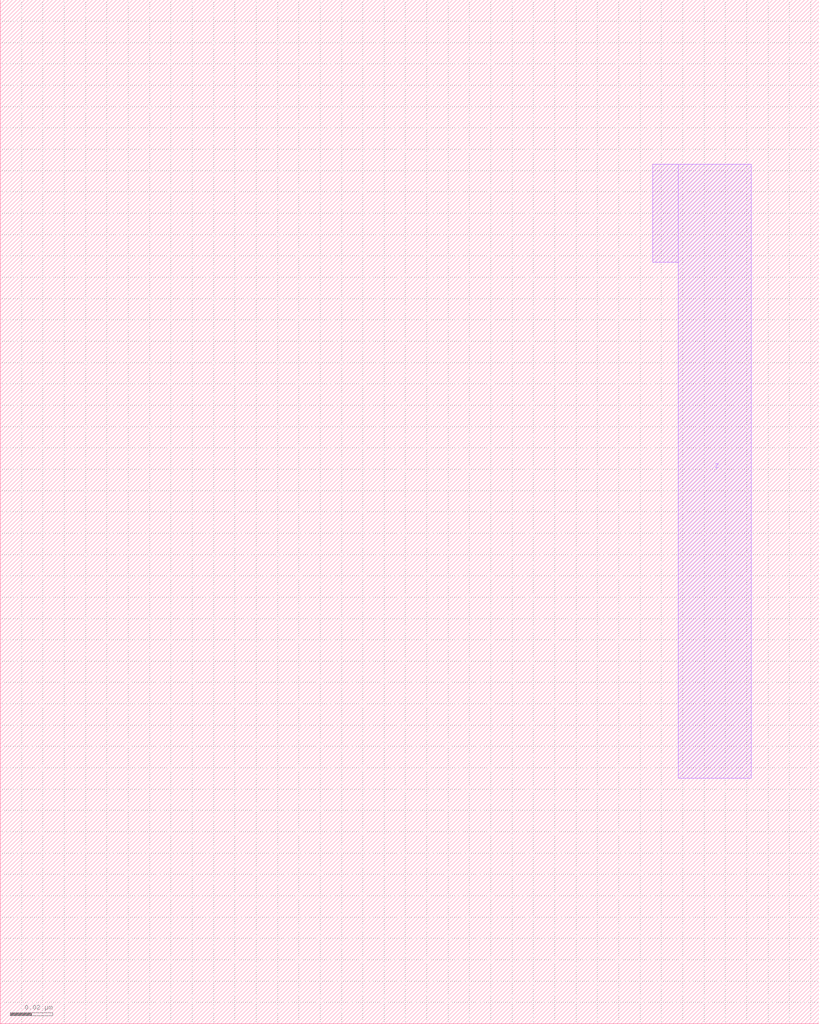
<source format=lef>
MACRO dummy
    CLASS CORE ;
    ORIGIN 0.000 0.000 ;
    SIZE 0.384 BY 0.480 ;
    SYMMETRY X Y ;
    SITE BLABLA ;
    PROPERTY LEF58_EDGETYPE "
        EDGETYPE LEFT L ;
        EDGETYPE RIGHT R ;
    " ;
    PIN Z
        ANTENNADIFFAREA 0.009048 ;
        DIRECTION OUTPUT ;
        PORT
        LAYER M1 ;
        RECT  0.306 0.357 0.318 0.403 ;
        RECT  0.318 0.115 0.352 0.403 ;
        VIA  0.336 0.167 square ;
        VIA  0.336 0.351 square ;
        END
    END Z
END dummy

</source>
